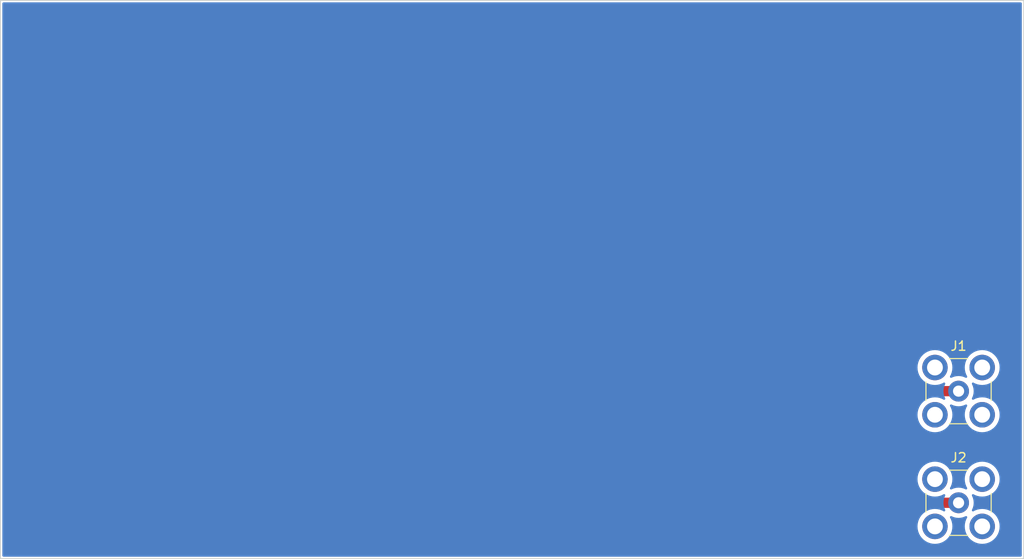
<source format=kicad_pcb>
(kicad_pcb (version 20221018) (generator pcbnew)
  (title_block (title "${PROJECT}") (rev "${VERSION}"))
  (layers (0 "F.Cu" signal) (31 "B.Cu" power) (34 "B.Paste" user) (35 "F.Paste" user) (36 "B.SilkS" user "B.Silkscreen") (37 "F.SilkS" user "F.Silkscreen") (38 "B.Mask" user) (39 "F.Mask" user) (44 "Edge.Cuts" user))
  (property "AUTHOR" "[Schematic Setup... > Project > Text Variables]")
  (property "PROJECT" "[Schematic Setup... > Project > Text Variables]")
  (property "VERSION" "0.1")
  (net 0 "")
  (net 1 "unconnected-(J1-Pin_1-Pad1)")
  (net 2 "unconnected-(J2-Pin_1-Pad1)")
  (footprint "Connector_Coaxial:SMB_Jack_Vertical" (layer "F.Cu") (at 193 102)
    (fp_text reference "J1" (at 0 -4.85) (layer "F.SilkS"))
    (fp_text value "Conn_01x01")
    (fp_line (start -3.5052 1) (end -3.5052 -1) (stroke (width 0.12)) (layer "F.SilkS"))
    (fp_line (start -1 -3.5052) (end 1 -3.5052) (stroke (width 0.12)) (layer "F.SilkS"))
    (fp_line (start 1 3.5052) (end -1 3.5052) (stroke (width 0.12)) (layer "F.SilkS"))
    (fp_line (start 3.5052 -1) (end 3.5052 1) (stroke (width 0.12)) (layer "F.SilkS"))
    (pad "1" thru_hole circle (at 0 0) (size 2.24 2.24) (drill 1.2) (layers "*.Cu" "*.Mask") (net 1 "unconnected-(J1-Pin_1-Pad1)"))
    (pad "2" thru_hole circle (at -2.54 -2.54) (size 2.74 2.74) (drill 1.7) (layers "*.Cu" "*.Mask"))
    (pad "2" thru_hole circle (at -2.54 2.54) (size 2.74 2.74) (drill 1.7) (layers "*.Cu" "*.Mask"))
    (pad "2" thru_hole circle (at 2.54 -2.54) (size 2.74 2.74) (drill 1.7) (layers "*.Cu" "*.Mask"))
    (pad "2" thru_hole circle (at 2.54 2.54) (size 2.74 2.74) (drill 1.7) (layers "*.Cu" "*.Mask"))
  )
  (footprint "Connector_Coaxial:SMB_Jack_Vertical" (layer "F.Cu") (at 193 114)
    (fp_text reference "J2" (at 0 -4.85) (layer "F.SilkS"))
    (fp_text value "Conn_01x01")
    (fp_line (start -3.5052 1) (end -3.5052 -1) (stroke (width 0.12)) (layer "F.SilkS"))
    (fp_line (start -1 -3.5052) (end 1 -3.5052) (stroke (width 0.12)) (layer "F.SilkS"))
    (fp_line (start 1 3.5052) (end -1 3.5052) (stroke (width 0.12)) (layer "F.SilkS"))
    (fp_line (start 3.5052 -1) (end 3.5052 1) (stroke (width 0.12)) (layer "F.SilkS"))
    (pad "1" thru_hole circle (at 0 0) (size 2.24 2.24) (drill 1.2) (layers "*.Cu" "*.Mask") (net 2 "unconnected-(J2-Pin_1-Pad1)"))
    (pad "2" thru_hole circle (at -2.54 -2.54) (size 2.74 2.74) (drill 1.7) (layers "*.Cu" "*.Mask"))
    (pad "2" thru_hole circle (at -2.54 2.54) (size 2.74 2.74) (drill 1.7) (layers "*.Cu" "*.Mask"))
    (pad "2" thru_hole circle (at 2.54 -2.54) (size 2.74 2.74) (drill 1.7) (layers "*.Cu" "*.Mask"))
    (pad "2" thru_hole circle (at 2.54 2.54) (size 2.74 2.74) (drill 1.7) (layers "*.Cu" "*.Mask"))
  )
  (gr_rect (start 90 60) (end 200 120) (stroke (width 0.1)) (fill none) (layer "Edge.Cuts"))
  (segment (start 186 102) (end 102 102) (width 1.1) (layer "F.Cu") (net 1))
  (segment (start 193 102) (end 186 102) (width 1.1) (layer "F.Cu") (net 1))
  (segment (start 102 78) (end 186 78) (width 1.1) (layer "F.Cu") (net 1))
  (segment (start 186 78) (end 186 102) (width 1.1) (layer "F.Cu") (net 1))
  (segment (start 96 90) (end 180 90) (width 1.1) (layer "F.Cu") (net 2))
  (segment (start 96 114) (end 96 90) (width 1.1) (layer "F.Cu") (net 2))
  (segment (start 193 114) (end 96 114) (width 1.1) (layer "F.Cu") (net 2))
  (segment (start 96 66) (end 96 90) (width 1.1) (layer "F.Cu") (net 2))
  (segment (start 180 66) (end 96 66) (width 1.1) (layer "F.Cu") (net 2))
  (zone (net 0) (net_name "") (layer "B.Cu") (connect_pads (clearance 0.5)) (min_thickness 0.25) (fill yes (thermal_gap 0.5) (thermal_bridge_width 0.5) (island_removal_mode 1) (island_area_min 10))
    (polygon (pts (xy 90 60) (xy 200 60) (xy 200 120) (xy 90 120)))
  )
)
</source>
